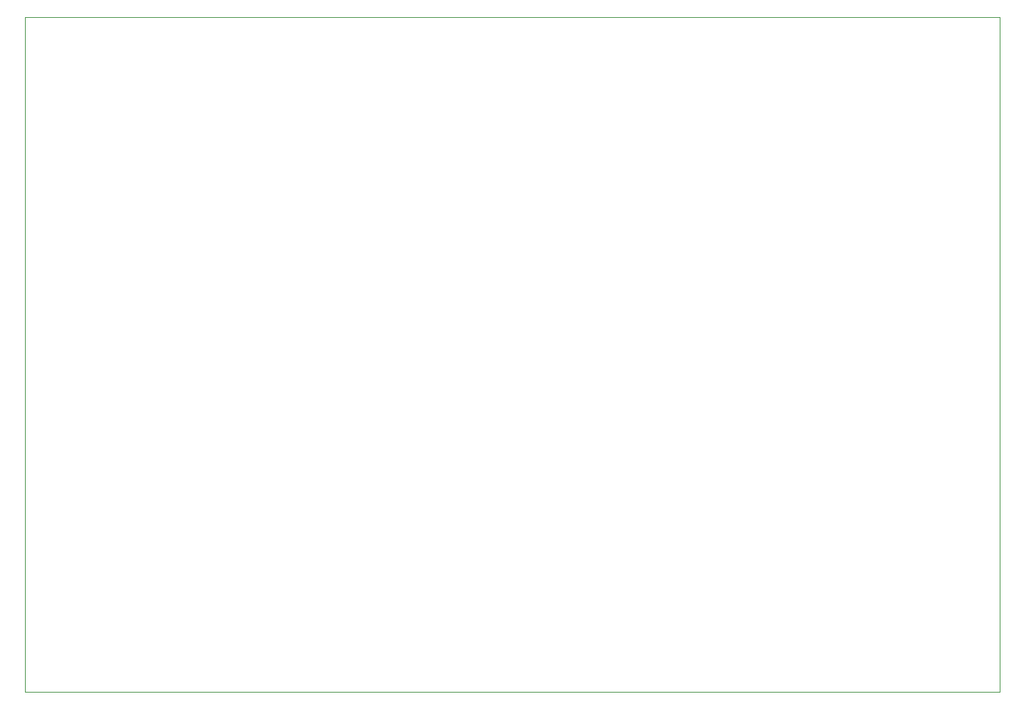
<source format=gbr>
%TF.GenerationSoftware,KiCad,Pcbnew,7.0.9*%
%TF.CreationDate,2023-12-29T15:51:13+11:00*%
%TF.ProjectId,cpu,6370752e-6b69-4636-9164-5f7063625858,rev?*%
%TF.SameCoordinates,Original*%
%TF.FileFunction,Profile,NP*%
%FSLAX46Y46*%
G04 Gerber Fmt 4.6, Leading zero omitted, Abs format (unit mm)*
G04 Created by KiCad (PCBNEW 7.0.9) date 2023-12-29 15:51:13*
%MOMM*%
%LPD*%
G01*
G04 APERTURE LIST*
%TA.AperFunction,Profile*%
%ADD10C,0.100000*%
%TD*%
G04 APERTURE END LIST*
D10*
X67310000Y-76200000D02*
X182880000Y-76200000D01*
X182880000Y-156210000D01*
X67310000Y-156210000D01*
X67310000Y-76200000D01*
M02*

</source>
